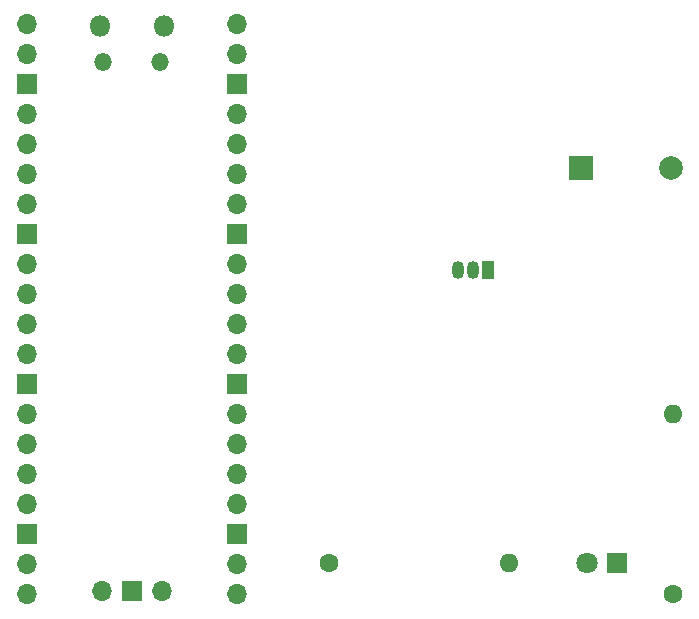
<source format=gbr>
%TF.GenerationSoftware,KiCad,Pcbnew,8.0.1*%
%TF.CreationDate,2024-04-01T01:28:53-03:00*%
%TF.ProjectId,PonderadaPCB,506f6e64-6572-4616-9461-5043422e6b69,rev?*%
%TF.SameCoordinates,Original*%
%TF.FileFunction,Soldermask,Bot*%
%TF.FilePolarity,Negative*%
%FSLAX46Y46*%
G04 Gerber Fmt 4.6, Leading zero omitted, Abs format (unit mm)*
G04 Created by KiCad (PCBNEW 8.0.1) date 2024-04-01 01:28:53*
%MOMM*%
%LPD*%
G01*
G04 APERTURE LIST*
%ADD10R,1.800000X1.800000*%
%ADD11C,1.800000*%
%ADD12C,1.600000*%
%ADD13O,1.600000X1.600000*%
%ADD14R,1.050000X1.500000*%
%ADD15O,1.050000X1.500000*%
%ADD16O,1.800000X1.800000*%
%ADD17O,1.500000X1.500000*%
%ADD18O,1.700000X1.700000*%
%ADD19R,1.700000X1.700000*%
%ADD20R,2.000000X2.000000*%
%ADD21C,2.000000*%
G04 APERTURE END LIST*
D10*
%TO.C,D1*%
X184775000Y-119000000D03*
D11*
X182235000Y-119000000D03*
%TD*%
D12*
%TO.C,R1*%
X160380000Y-119000000D03*
D13*
X175620000Y-119000000D03*
%TD*%
D14*
%TO.C,Q1*%
X173770000Y-94140000D03*
D15*
X172500000Y-94140000D03*
X171230000Y-94140000D03*
%TD*%
D16*
%TO.C,U1*%
X140920000Y-73485000D03*
D17*
X141220000Y-76515000D03*
X146070000Y-76515000D03*
D16*
X146370000Y-73485000D03*
D18*
X134755000Y-73355000D03*
X134755000Y-75895000D03*
D19*
X134755000Y-78435000D03*
D18*
X134755000Y-80975000D03*
X134755000Y-83515000D03*
X134755000Y-86055000D03*
X134755000Y-88595000D03*
D19*
X134755000Y-91135000D03*
D18*
X134755000Y-93675000D03*
X134755000Y-96215000D03*
X134755000Y-98755000D03*
X134755000Y-101295000D03*
D19*
X134755000Y-103835000D03*
D18*
X134755000Y-106375000D03*
X134755000Y-108915000D03*
X134755000Y-111455000D03*
X134755000Y-113995000D03*
D19*
X134755000Y-116535000D03*
D18*
X134755000Y-119075000D03*
X134755000Y-121615000D03*
X152535000Y-121615000D03*
X152535000Y-119075000D03*
D19*
X152535000Y-116535000D03*
D18*
X152535000Y-113995000D03*
X152535000Y-111455000D03*
X152535000Y-108915000D03*
X152535000Y-106375000D03*
D19*
X152535000Y-103835000D03*
D18*
X152535000Y-101295000D03*
X152535000Y-98755000D03*
X152535000Y-96215000D03*
X152535000Y-93675000D03*
D19*
X152535000Y-91135000D03*
D18*
X152535000Y-88595000D03*
X152535000Y-86055000D03*
X152535000Y-83515000D03*
X152535000Y-80975000D03*
D19*
X152535000Y-78435000D03*
D18*
X152535000Y-75895000D03*
X152535000Y-73355000D03*
X141105000Y-121385000D03*
D19*
X143645000Y-121385000D03*
D18*
X146185000Y-121385000D03*
%TD*%
D20*
%TO.C,BZ1*%
X181700000Y-85500000D03*
D21*
X189300000Y-85500000D03*
%TD*%
D12*
%TO.C,R2*%
X189500000Y-121620000D03*
D13*
X189500000Y-106380000D03*
%TD*%
M02*

</source>
